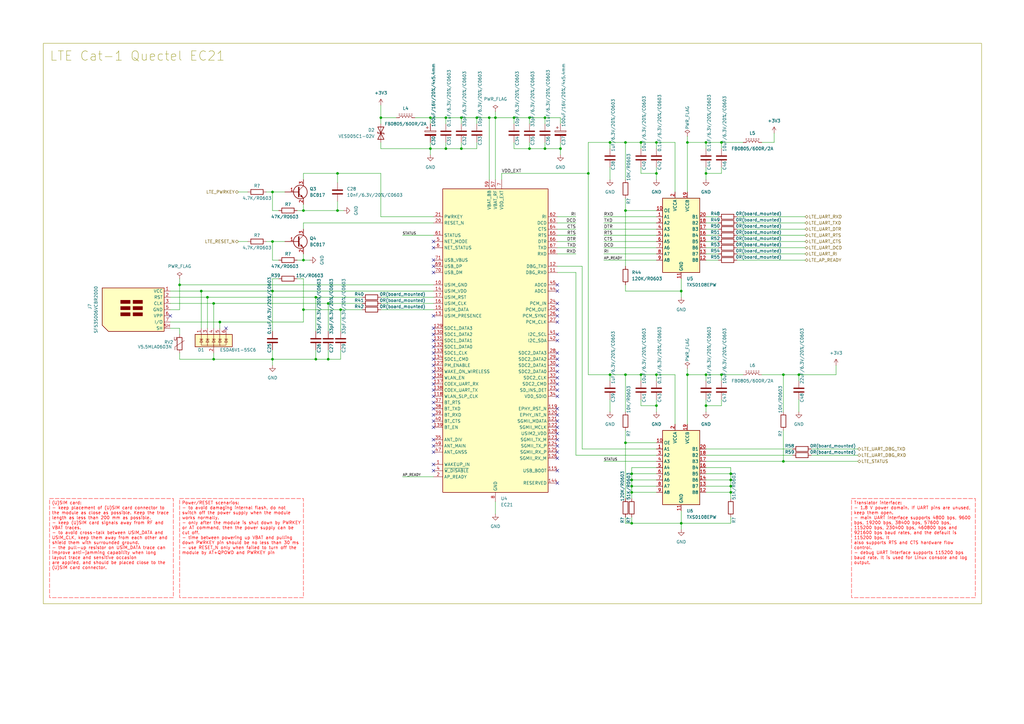
<source format=kicad_sch>
(kicad_sch (version 20230121) (generator eeschema)
  (paper "A3")
  (title_block (title "ESP32") (date "2023-12-03") (rev "A"))
  (junction (at 299.72 199.39))
  (junction (at 111.76 147.32))
  (junction (at 289.56 58.42))
  (junction (at 176.53 48.26))
  (junction (at 259.08 199.39))
  (junction (at 90.17 132.08))
  (junction (at 269.24 58.42))
  (junction (at 217.17 48.26))
  (junction (at 129.54 147.32))
  (junction (at 259.08 196.85))
  (junction (at 279.4 214.63))
  (junction (at 87.63 147.32))
  (junction (at 182.88 48.26))
  (junction (at 111.76 99.06))
  (junction (at 321.31 189.23))
  (junction (at 262.89 153.67))
  (junction (at 138.43 86.36))
  (junction (at 289.56 166.37))
  (junction (at 259.08 214.63))
  (junction (at 289.56 71.12))
  (junction (at 85.09 121.92))
  (junction (at 269.24 166.37))
  (junction (at 295.91 58.42))
  (junction (at 327.66 153.67))
  (junction (at 203.2 48.26))
  (junction (at 299.72 194.31))
  (junction (at 279.4 119.38))
  (junction (at 321.31 153.67))
  (junction (at 111.76 119.38))
  (junction (at 124.46 106.68))
  (junction (at 138.43 71.12))
  (junction (at 299.72 196.85))
  (junction (at 241.3 71.12))
  (junction (at 299.72 201.93))
  (junction (at 139.7 127))
  (junction (at 82.55 119.38))
  (junction (at 217.17 60.96))
  (junction (at 256.54 181.61))
  (junction (at 210.82 48.26))
  (junction (at 269.24 153.67))
  (junction (at 256.54 58.42))
  (junction (at 124.46 127))
  (junction (at 87.63 124.46))
  (junction (at 281.94 58.42))
  (junction (at 223.52 60.96))
  (junction (at 189.23 48.26))
  (junction (at 73.66 116.84))
  (junction (at 134.62 124.46))
  (junction (at 295.91 153.67))
  (junction (at 156.21 48.26))
  (junction (at 269.24 71.12))
  (junction (at 223.52 48.26))
  (junction (at 259.08 194.31))
  (junction (at 250.19 58.42))
  (junction (at 250.19 153.67))
  (junction (at 134.62 147.32))
  (junction (at 256.54 86.36))
  (junction (at 182.88 60.96))
  (junction (at 129.54 121.92))
  (junction (at 262.89 58.42))
  (junction (at 195.58 48.26))
  (junction (at 200.66 48.26))
  (junction (at 189.23 60.96))
  (junction (at 289.56 153.67))
  (junction (at 256.54 153.67))
  (junction (at 176.53 60.96))
  (junction (at 281.94 153.67))
  (junction (at 229.87 60.96))
  (junction (at 111.76 78.74))
  (junction (at 259.08 201.93))
  (junction (at 124.46 86.36))
  (no_connect (at 177.8 180.34))
  (no_connect (at 177.8 190.5))
  (no_connect (at 177.8 144.78))
  (no_connect (at 177.8 147.32))
  (no_connect (at 177.8 170.18))
  (no_connect (at 69.85 129.54))
  (no_connect (at 177.8 165.1))
  (no_connect (at 177.8 167.64))
  (no_connect (at 228.6 160.02))
  (no_connect (at 228.6 162.56))
  (no_connect (at 228.6 152.4))
  (no_connect (at 177.8 142.24))
  (no_connect (at 228.6 139.7))
  (no_connect (at 228.6 167.64))
  (no_connect (at 177.8 111.76))
  (no_connect (at 228.6 172.72))
  (no_connect (at 228.6 198.12))
  (no_connect (at 228.6 149.86))
  (no_connect (at 177.8 129.54))
  (no_connect (at 228.6 119.38))
  (no_connect (at 228.6 132.08))
  (no_connect (at 228.6 127))
  (no_connect (at 177.8 99.06))
  (no_connect (at 228.6 185.42))
  (no_connect (at 177.8 109.22))
  (no_connect (at 228.6 187.96))
  (no_connect (at 228.6 180.34))
  (no_connect (at 177.8 193.04))
  (no_connect (at 177.8 101.6))
  (no_connect (at 228.6 124.46))
  (no_connect (at 228.6 116.84))
  (no_connect (at 228.6 137.16))
  (no_connect (at 177.8 139.7))
  (no_connect (at 92.71 134.62))
  (no_connect (at 228.6 175.26))
  (no_connect (at 228.6 147.32))
  (no_connect (at 228.6 170.18))
  (no_connect (at 177.8 106.68))
  (no_connect (at 177.8 160.02))
  (no_connect (at 228.6 177.8))
  (no_connect (at 177.8 175.26))
  (no_connect (at 228.6 193.04))
  (no_connect (at 228.6 144.78))
  (no_connect (at 228.6 157.48))
  (no_connect (at 228.6 154.94))
  (no_connect (at 228.6 129.54))
  (no_connect (at 177.8 157.48))
  (no_connect (at 177.8 172.72))
  (no_connect (at 177.8 152.4))
  (no_connect (at 177.8 185.42))
  (no_connect (at 177.8 134.62))
  (no_connect (at 177.8 154.94))
  (no_connect (at 177.8 149.86))
  (no_connect (at 177.8 137.16))
  (no_connect (at 228.6 182.88))
  (no_connect (at 177.8 182.88))
  (no_connect (at 177.8 162.56))
  (wire (pts (xy 250.19 156.21) (xy 250.19 153.67)))
  (wire (pts (xy 289.56 58.42) (xy 295.91 58.42)))
  (wire (pts (xy 217.17 58.42) (xy 217.17 60.96)))
  (wire (pts (xy 327.66 163.83) (xy 327.66 168.91)))
  (wire (pts (xy 121.92 86.36) (xy 124.46 86.36)))
  (wire (pts (xy 279.4 119.38) (xy 279.4 114.3)))
  (wire (pts (xy 262.89 60.96) (xy 262.89 58.42)))
  (wire (pts (xy 97.79 99.06) (xy 101.6 99.06)))
  (wire (pts (xy 182.88 60.96) (xy 176.53 60.96)))
  (wire (pts (xy 247.65 88.9) (xy 269.24 88.9)))
  (wire (pts (xy 139.7 127) (xy 139.7 135.89)))
  (wire (pts (xy 229.87 48.26) (xy 223.52 48.26)))
  (wire (pts (xy 69.85 134.62) (xy 73.66 134.62)))
  (wire (pts (xy 262.89 163.83) (xy 262.89 166.37)))
  (wire (pts (xy 247.65 91.44) (xy 269.24 91.44)))
  (wire (pts (xy 302.26 101.6) (xy 330.2 101.6)))
  (wire (pts (xy 205.74 71.12) (xy 205.74 73.66)))
  (wire (pts (xy 332.74 186.69) (xy 351.79 186.69)))
  (wire (pts (xy 321.31 176.53) (xy 321.31 189.23)))
  (wire (pts (xy 262.89 71.12) (xy 269.24 71.12)))
  (wire (pts (xy 269.24 163.83) (xy 269.24 166.37)))
  (wire (pts (xy 189.23 48.26) (xy 182.88 48.26)))
  (wire (pts (xy 176.53 58.42) (xy 176.53 60.96)))
  (wire (pts (xy 121.92 106.68) (xy 124.46 106.68)))
  (wire (pts (xy 217.17 60.96) (xy 223.52 60.96)))
  (wire (pts (xy 124.46 86.36) (xy 138.43 86.36)))
  (wire (pts (xy 223.52 48.26) (xy 217.17 48.26)))
  (wire (pts (xy 129.54 121.92) (xy 129.54 135.89)))
  (wire (pts (xy 295.91 58.42) (xy 304.8 58.42)))
  (wire (pts (xy 176.53 50.8) (xy 176.53 48.26)))
  (wire (pts (xy 256.54 73.66) (xy 256.54 58.42)))
  (wire (pts (xy 250.19 60.96) (xy 250.19 58.42)))
  (wire (pts (xy 289.56 99.06) (xy 294.64 99.06)))
  (wire (pts (xy 262.89 68.58) (xy 262.89 71.12)))
  (wire (pts (xy 129.54 143.51) (xy 129.54 147.32)))
  (wire (pts (xy 156.21 121.92) (xy 177.8 121.92)))
  (wire (pts (xy 111.76 99.06) (xy 111.76 106.68)))
  (wire (pts (xy 124.46 114.3) (xy 124.46 127)))
  (wire (pts (xy 241.3 58.42) (xy 250.19 58.42)))
  (wire (pts (xy 262.89 166.37) (xy 269.24 166.37)))
  (wire (pts (xy 111.76 106.68) (xy 114.3 106.68)))
  (wire (pts (xy 87.63 144.78) (xy 87.63 147.32)))
  (wire (pts (xy 299.72 196.85) (xy 299.72 199.39)))
  (wire (pts (xy 259.08 196.85) (xy 269.24 196.85)))
  (wire (pts (xy 200.66 48.26) (xy 203.2 48.26)))
  (wire (pts (xy 279.4 214.63) (xy 279.4 209.55)))
  (wire (pts (xy 124.46 91.44) (xy 124.46 93.98)))
  (wire (pts (xy 217.17 48.26) (xy 210.82 48.26)))
  (wire (pts (xy 256.54 181.61) (xy 256.54 176.53)))
  (wire (pts (xy 129.54 147.32) (xy 134.62 147.32)))
  (wire (pts (xy 195.58 48.26) (xy 200.66 48.26)))
  (wire (pts (xy 247.65 96.52) (xy 269.24 96.52)))
  (wire (pts (xy 247.65 106.68) (xy 269.24 106.68)))
  (wire (pts (xy 87.63 124.46) (xy 134.62 124.46)))
  (wire (pts (xy 332.74 184.15) (xy 351.79 184.15)))
  (wire (pts (xy 156.21 48.26) (xy 162.56 48.26)))
  (wire (pts (xy 176.53 48.26) (xy 182.88 48.26)))
  (wire (pts (xy 139.7 127) (xy 148.59 127)))
  (wire (pts (xy 228.6 101.6) (xy 236.22 101.6)))
  (wire (pts (xy 156.21 58.42) (xy 156.21 60.96)))
  (wire (pts (xy 121.92 114.3) (xy 124.46 114.3)))
  (wire (pts (xy 269.24 153.67) (xy 276.86 153.67)))
  (wire (pts (xy 247.65 93.98) (xy 269.24 93.98)))
  (wire (pts (xy 289.56 196.85) (xy 299.72 196.85)))
  (wire (pts (xy 182.88 48.26) (xy 182.88 50.8)))
  (wire (pts (xy 256.54 168.91) (xy 256.54 153.67)))
  (wire (pts (xy 210.82 58.42) (xy 210.82 60.96)))
  (wire (pts (xy 124.46 132.08) (xy 124.46 127)))
  (wire (pts (xy 223.52 48.26) (xy 223.52 50.8)))
  (wire (pts (xy 228.6 99.06) (xy 236.22 99.06)))
  (wire (pts (xy 165.1 96.52) (xy 177.8 96.52)))
  (wire (pts (xy 289.56 194.31) (xy 299.72 194.31)))
  (wire (pts (xy 321.31 189.23) (xy 351.79 189.23)))
  (wire (pts (xy 256.54 153.67) (xy 262.89 153.67)))
  (wire (pts (xy 312.42 153.67) (xy 321.31 153.67)))
  (wire (pts (xy 269.24 86.36) (xy 256.54 86.36)))
  (wire (pts (xy 228.6 91.44) (xy 236.22 91.44)))
  (wire (pts (xy 229.87 58.42) (xy 229.87 60.96)))
  (wire (pts (xy 256.54 116.84) (xy 256.54 119.38)))
  (wire (pts (xy 317.5 54.61) (xy 317.5 58.42)))
  (wire (pts (xy 228.6 109.22) (xy 238.76 109.22)))
  (wire (pts (xy 302.26 93.98) (xy 330.2 93.98)))
  (wire (pts (xy 165.1 195.58) (xy 177.8 195.58)))
  (wire (pts (xy 90.17 132.08) (xy 124.46 132.08)))
  (wire (pts (xy 302.26 88.9) (xy 330.2 88.9)))
  (wire (pts (xy 295.91 166.37) (xy 289.56 166.37)))
  (wire (pts (xy 229.87 60.96) (xy 229.87 63.5)))
  (wire (pts (xy 124.46 71.12) (xy 138.43 71.12)))
  (wire (pts (xy 256.54 212.09) (xy 256.54 214.63)))
  (wire (pts (xy 279.4 119.38) (xy 279.4 121.92)))
  (wire (pts (xy 289.56 199.39) (xy 299.72 199.39)))
  (wire (pts (xy 73.66 116.84) (xy 177.8 116.84)))
  (wire (pts (xy 256.54 86.36) (xy 256.54 81.28)))
  (wire (pts (xy 138.43 86.36) (xy 140.97 86.36)))
  (wire (pts (xy 289.56 186.69) (xy 325.12 186.69)))
  (wire (pts (xy 124.46 86.36) (xy 124.46 83.82)))
  (wire (pts (xy 134.62 143.51) (xy 134.62 147.32)))
  (wire (pts (xy 295.91 153.67) (xy 304.8 153.67)))
  (wire (pts (xy 203.2 205.74) (xy 203.2 210.82)))
  (wire (pts (xy 182.88 58.42) (xy 182.88 60.96)))
  (wire (pts (xy 203.2 48.26) (xy 210.82 48.26)))
  (wire (pts (xy 236.22 111.76) (xy 236.22 186.69)))
  (wire (pts (xy 111.76 143.51) (xy 111.76 147.32)))
  (wire (pts (xy 262.89 58.42) (xy 269.24 58.42)))
  (wire (pts (xy 134.62 124.46) (xy 134.62 135.89)))
  (wire (pts (xy 176.53 60.96) (xy 176.53 63.5)))
  (wire (pts (xy 269.24 71.12) (xy 269.24 73.66)))
  (wire (pts (xy 111.76 119.38) (xy 111.76 135.89)))
  (wire (pts (xy 259.08 212.09) (xy 259.08 214.63)))
  (wire (pts (xy 321.31 153.67) (xy 327.66 153.67)))
  (wire (pts (xy 111.76 78.74) (xy 111.76 86.36)))
  (wire (pts (xy 156.21 124.46) (xy 177.8 124.46)))
  (wire (pts (xy 299.72 199.39) (xy 299.72 201.93)))
  (wire (pts (xy 289.56 163.83) (xy 289.56 166.37)))
  (wire (pts (xy 170.18 48.26) (xy 176.53 48.26)))
  (wire (pts (xy 195.58 60.96) (xy 189.23 60.96)))
  (wire (pts (xy 134.62 147.32) (xy 139.7 147.32)))
  (wire (pts (xy 73.66 134.62) (xy 73.66 137.16)))
  (wire (pts (xy 238.76 109.22) (xy 238.76 184.15)))
  (wire (pts (xy 281.94 58.42) (xy 289.56 58.42)))
  (wire (pts (xy 223.52 60.96) (xy 223.52 58.42)))
  (wire (pts (xy 241.3 58.42) (xy 241.3 71.12)))
  (wire (pts (xy 250.19 163.83) (xy 250.19 168.91)))
  (wire (pts (xy 228.6 93.98) (xy 236.22 93.98)))
  (wire (pts (xy 276.86 153.67) (xy 276.86 173.99)))
  (wire (pts (xy 289.56 153.67) (xy 289.56 156.21)))
  (wire (pts (xy 295.91 163.83) (xy 295.91 166.37)))
  (wire (pts (xy 85.09 121.92) (xy 129.54 121.92)))
  (wire (pts (xy 289.56 91.44) (xy 294.64 91.44)))
  (wire (pts (xy 203.2 48.26) (xy 203.2 73.66)))
  (wire (pts (xy 124.46 73.66) (xy 124.46 71.12)))
  (wire (pts (xy 289.56 101.6) (xy 294.64 101.6)))
  (wire (pts (xy 85.09 121.92) (xy 85.09 134.62)))
  (wire (pts (xy 269.24 68.58) (xy 269.24 71.12)))
  (wire (pts (xy 295.91 68.58) (xy 295.91 71.12)))
  (wire (pts (xy 156.21 127) (xy 177.8 127)))
  (wire (pts (xy 73.66 147.32) (xy 87.63 147.32)))
  (wire (pts (xy 256.54 119.38) (xy 279.4 119.38)))
  (wire (pts (xy 189.23 48.26) (xy 189.23 50.8)))
  (wire (pts (xy 269.24 153.67) (xy 269.24 156.21)))
  (wire (pts (xy 250.19 58.42) (xy 256.54 58.42)))
  (wire (pts (xy 241.3 71.12) (xy 205.74 71.12)))
  (wire (pts (xy 69.85 132.08) (xy 90.17 132.08)))
  (wire (pts (xy 156.21 43.18) (xy 156.21 48.26)))
  (wire (pts (xy 124.46 106.68) (xy 127 106.68)))
  (wire (pts (xy 73.66 114.3) (xy 73.66 116.84)))
  (wire (pts (xy 269.24 181.61) (xy 256.54 181.61)))
  (wire (pts (xy 259.08 199.39) (xy 269.24 199.39)))
  (wire (pts (xy 259.08 194.31) (xy 259.08 191.77)))
  (wire (pts (xy 111.76 147.32) (xy 129.54 147.32)))
  (wire (pts (xy 87.63 147.32) (xy 111.76 147.32)))
  (wire (pts (xy 229.87 60.96) (xy 223.52 60.96)))
  (wire (pts (xy 299.72 191.77) (xy 299.72 194.31)))
  (wire (pts (xy 281.94 151.13) (xy 281.94 153.67)))
  (wire (pts (xy 111.76 147.32) (xy 111.76 149.86)))
  (wire (pts (xy 276.86 58.42) (xy 276.86 78.74)))
  (wire (pts (xy 259.08 194.31) (xy 269.24 194.31)))
  (wire (pts (xy 138.43 71.12) (xy 138.43 74.93)))
  (wire (pts (xy 111.76 114.3) (xy 114.3 114.3)))
  (wire (pts (xy 289.56 58.42) (xy 289.56 60.96)))
  (wire (pts (xy 295.91 71.12) (xy 289.56 71.12)))
  (wire (pts (xy 82.55 119.38) (xy 82.55 134.62)))
  (wire (pts (xy 289.56 106.68) (xy 294.64 106.68)))
  (wire (pts (xy 111.76 86.36) (xy 114.3 86.36)))
  (wire (pts (xy 259.08 204.47) (xy 259.08 201.93)))
  (wire (pts (xy 217.17 60.96) (xy 210.82 60.96)))
  (wire (pts (xy 241.3 71.12) (xy 241.3 153.67)))
  (wire (pts (xy 124.46 91.44) (xy 177.8 91.44)))
  (wire (pts (xy 289.56 88.9) (xy 294.64 88.9)))
  (wire (pts (xy 289.56 93.98) (xy 294.64 93.98)))
  (wire (pts (xy 259.08 191.77) (xy 269.24 191.77)))
  (wire (pts (xy 138.43 71.12) (xy 156.21 71.12)))
  (wire (pts (xy 289.56 71.12) (xy 289.56 73.66)))
  (wire (pts (xy 289.56 191.77) (xy 299.72 191.77)))
  (wire (pts (xy 321.31 153.67) (xy 321.31 168.91)))
  (wire (pts (xy 259.08 201.93) (xy 269.24 201.93)))
  (wire (pts (xy 195.58 58.42) (xy 195.58 60.96)))
  (wire (pts (xy 302.26 99.06) (xy 330.2 99.06)))
  (wire (pts (xy 109.22 99.06) (xy 111.76 99.06)))
  (wire (pts (xy 241.3 153.67) (xy 250.19 153.67)))
  (wire (pts (xy 73.66 144.78) (xy 73.66 147.32)))
  (wire (pts (xy 299.72 201.93) (xy 299.72 204.47)))
  (wire (pts (xy 73.66 127) (xy 73.66 116.84)))
  (wire (pts (xy 156.21 71.12) (xy 156.21 88.9)))
  (wire (pts (xy 129.54 121.92) (xy 148.59 121.92)))
  (wire (pts (xy 259.08 196.85) (xy 259.08 194.31)))
  (wire (pts (xy 279.4 214.63) (xy 279.4 217.17)))
  (wire (pts (xy 269.24 58.42) (xy 269.24 60.96)))
  (wire (pts (xy 327.66 153.67) (xy 327.66 156.21)))
  (wire (pts (xy 281.94 153.67) (xy 289.56 153.67)))
  (wire (pts (xy 247.65 104.14) (xy 269.24 104.14)))
  (wire (pts (xy 124.46 127) (xy 139.7 127)))
  (wire (pts (xy 228.6 88.9) (xy 236.22 88.9)))
  (wire (pts (xy 256.54 214.63) (xy 259.08 214.63)))
  (wire (pts (xy 229.87 50.8) (xy 229.87 48.26)))
  (wire (pts (xy 289.56 68.58) (xy 289.56 71.12)))
  (wire (pts (xy 262.89 156.21) (xy 262.89 153.67)))
  (wire (pts (xy 327.66 153.67) (xy 342.9 153.67)))
  (wire (pts (xy 247.65 189.23) (xy 269.24 189.23)))
  (wire (pts (xy 156.21 88.9) (xy 177.8 88.9)))
  (wire (pts (xy 156.21 60.96) (xy 176.53 60.96)))
  (wire (pts (xy 250.19 153.67) (xy 256.54 153.67)))
  (wire (pts (xy 299.72 194.31) (xy 299.72 196.85)))
  (wire (pts (xy 295.91 153.67) (xy 295.91 156.21)))
  (wire (pts (xy 281.94 58.42) (xy 281.94 78.74)))
  (wire (pts (xy 138.43 86.36) (xy 138.43 82.55)))
  (wire (pts (xy 109.22 78.74) (xy 111.76 78.74)))
  (wire (pts (xy 302.26 91.44) (xy 330.2 91.44)))
  (wire (pts (xy 250.19 68.58) (xy 250.19 73.66)))
  (wire (pts (xy 111.76 119.38) (xy 177.8 119.38)))
  (wire (pts (xy 289.56 184.15) (xy 325.12 184.15)))
  (wire (pts (xy 200.66 48.26) (xy 200.66 73.66)))
  (wire (pts (xy 256.54 86.36) (xy 256.54 109.22)))
  (wire (pts (xy 87.63 124.46) (xy 87.63 134.62)))
  (wire (pts (xy 259.08 199.39) (xy 259.08 196.85)))
  (wire (pts (xy 342.9 149.86) (xy 342.9 153.67)))
  (wire (pts (xy 69.85 121.92) (xy 85.09 121.92)))
  (wire (pts (xy 189.23 48.26) (xy 195.58 48.26)))
  (wire (pts (xy 247.65 101.6) (xy 269.24 101.6)))
  (wire (pts (xy 289.56 166.37) (xy 289.56 168.91)))
  (wire (pts (xy 289.56 104.14) (xy 294.64 104.14)))
  (wire (pts (xy 259.08 214.63) (xy 279.4 214.63)))
  (wire (pts (xy 289.56 153.67) (xy 295.91 153.67)))
  (wire (pts (xy 299.72 214.63) (xy 279.4 214.63)))
  (wire (pts (xy 236.22 186.69) (xy 269.24 186.69)))
  (wire (pts (xy 256.54 181.61) (xy 256.54 204.47)))
  (wire (pts (xy 139.7 147.32) (xy 139.7 143.51)))
  (wire (pts (xy 82.55 119.38) (xy 111.76 119.38)))
  (wire (pts (xy 111.76 114.3) (xy 111.76 119.38)))
  (wire (pts (xy 134.62 124.46) (xy 148.59 124.46)))
  (wire (pts (xy 289.56 189.23) (xy 321.31 189.23)))
  (wire (pts (xy 299.72 212.09) (xy 299.72 214.63)))
  (wire (pts (xy 262.89 153.67) (xy 269.24 153.67)))
  (wire (pts (xy 69.85 119.38) (xy 82.55 119.38)))
  (wire (pts (xy 295.91 58.42) (xy 295.91 60.96)))
  (wire (pts (xy 312.42 58.42) (xy 317.5 58.42)))
  (wire (pts (xy 69.85 127) (xy 73.66 127)))
  (wire (pts (xy 228.6 104.14) (xy 236.22 104.14)))
  (wire (pts (xy 228.6 96.52) (xy 236.22 96.52)))
  (wire (pts (xy 302.26 96.52) (xy 330.2 96.52)))
  (wire (pts (xy 289.56 201.93) (xy 299.72 201.93)))
  (wire (pts (xy 189.23 60.96) (xy 189.23 58.42)))
  (wire (pts (xy 210.82 48.26) (xy 210.82 50.8)))
  (wire (pts (xy 203.2 45.72) (xy 203.2 48.26)))
  (wire (pts (xy 228.6 111.76) (xy 236.22 111.76)))
  (wire (pts (xy 256.54 58.42) (xy 262.89 58.42)))
  (wire (pts (xy 69.85 124.46) (xy 87.63 124.46)))
  (wire (pts (xy 302.26 106.68) (xy 330.2 106.68)))
  (wire (pts (xy 182.88 60.96) (xy 189.23 60.96)))
  (wire (pts (xy 289.56 96.52) (xy 294.64 96.52)))
  (wire (pts (xy 269.24 166.37) (xy 269.24 168.91)))
  (wire (pts (xy 156.21 48.26) (xy 156.21 50.8)))
  (wire (pts (xy 111.76 99.06) (xy 116.84 99.06)))
  (wire (pts (xy 111.76 78.74) (xy 116.84 78.74)))
  (wire (pts (xy 259.08 201.93) (xy 259.08 199.39)))
  (wire (pts (xy 217.17 48.26) (xy 217.17 50.8)))
  (wire (pts (xy 90.17 132.08) (xy 90.17 134.62)))
  (wire (pts (xy 269.24 58.42) (xy 276.86 58.42)))
  (wire (pts (xy 124.46 106.68) (xy 124.46 104.14)))
  (wire (pts (xy 302.26 104.14) (xy 330.2 104.14)))
  (wire (pts (xy 281.94 153.67) (xy 281.94 173.99)))
  (wire (pts (xy 238.76 184.15) (xy 269.24 184.15)))
  (wire (pts (xy 281.94 55.88) (xy 281.94 58.42)))
  (wire (pts (xy 195.58 48.26) (xy 195.58 50.8)))
  (wire (pts (xy 97.79 78.74) (xy 101.6 78.74)))
  (wire (pts (xy 247.65 99.06) (xy 269.24 99.06)))
  (rectangle (start 17.78 17.78) (end 402.59 247.65) (stroke (width 0) (color 140 140 0 1)))
  (text_box "(U)SIM card:\n- keep placement of (U)SIM card connector to the module as close as possible. Keep the trace length as less than 200 mm as possible.\n- keep (U)SIM card signals away from RF and VBAT traces.\n- to avoid cross-talk between USIM_DATA and USIM_CLK, keep them away from each other and shield them with surrounded ground.\n- the pull-up resistor on USIM_DATA trace can improve anti-jamming capability when long layout trace and sensitive occasion\nare applied, and should be placed close to the (U)SIM card connector." (at 20.32 204.47 0) (size 50.8 40.64) (stroke (width 0) (type dash) (color 255 0 0 1)) (effects (font (size 1.27 1.27)) (justify left top)))
  (text_box "Translator interface:\n- 1.8 V power domain. If UART pins are unused, keep them open.\n- main UART interface supports 4800 bps, 9600 bps, 19200 bps, 38400 bps, 57600 bps,\n115200 bps, 230400 bps, 460800 bps and 921600 bps baud rates, and the default is 115200 bps. It\nalso supports RTS and CTS hardware flow control.\n- debug UART interface supports 115200 bps baud rate. It is used for Linux console and log\noutput." (at 349.25 204.47 0) (size 50.8 40.64) (stroke (width 0) (type dash) (color 255 0 0 1)) (effects (font (size 1.27 1.27)) (justify left top)))
  (text_box "Power/RESET scenarios:\n- to avoid damaging internal flash, do not switch off the power supply when the module works normally.\n- only after the module is shut down by PWRKEY or AT command, then the power supply can be cut off.\n- time between powering up VBAT and pulling down PWRKEY pin should be no less than 30 ms\n- use RESET_N only when failed to turn off the module by AT+QPOWD and PWRKEY pin" (at 73.66 204.47 0) (size 50.8 40.64) (stroke (width 0) (type dash) (color 255 0 0 1)) (effects (font (size 1.27 1.27)) (justify left top)))
  (text "LTE Cat-1 Quectel EC21" (at 20.32 25.4 0) (effects (font (size 3.81 3.81)) (justify left bottom)))
  (label "VDD_EXT" (at 205.74 71.12 0))
  (label "RXD" (at 236.22 104.14 180))
  (label "DTR" (at 236.22 99.06 180))
  (label "CTS" (at 247.65 99.06 0))
  (label "RI" (at 236.22 88.9 180))
  (label "STATUS" (at 247.65 189.23 0) (effects (font (size 1.016 1.016))))
  (label "RI" (at 247.65 104.14 0))
  (label "DCD" (at 247.65 101.6 0))
  (label "TXD" (at 247.65 91.44 0))
  (label "DTR" (at 247.65 93.98 0))
  (label "RXD" (at 247.65 88.9 0))
  (label "TXD" (at 236.22 101.6 180))
  (label "AP_READY" (at 247.65 106.68 0) (effects (font (size 1.016 1.016))))
  (label "STATUS" (at 165.1 96.52 0) (effects (font (size 1.016 1.016))))
  (label "RTS" (at 247.65 96.52 0))
  (label "CTS" (at 236.22 93.98 180))
  (label "AP_READY" (at 165.1 195.58 0) (effects (font (size 1.016 1.016))))
  (label "RTS" (at 236.22 96.52 180))
  (label "DCD" (at 236.22 91.44 180))
  (hierarchical_label "LTE_UART_RI" (shape bidirectional) (at 330.2 104.14 0))
  (hierarchical_label "LTE_UART_DBG_TXD" (shape bidirectional) (at 351.79 184.15 0))
  (hierarchical_label "LTE_UART_RXD" (shape bidirectional) (at 330.2 88.9 0))
  (hierarchical_label "LTE_STATUS" (shape bidirectional) (at 351.79 189.23 0))
  (hierarchical_label "LTE_UART_DTR" (shape bidirectional) (at 330.2 93.98 0))
  (hierarchical_label "LTE_UART_CTS" (shape bidirectional) (at 330.2 99.06 0))
  (hierarchical_label "LTE_RESET_N" (shape bidirectional) (at 97.79 99.06 180))
  (hierarchical_label "LTE_UART_DCD" (shape bidirectional) (at 330.2 101.6 0))
  (hierarchical_label "LTE_UART_TXD" (shape bidirectional) (at 330.2 91.44 0))
  (hierarchical_label "LTE_PWRKEY" (shape bidirectional) (at 97.79 78.74 180))
  (hierarchical_label "LTE_UART_RTS" (shape bidirectional) (at 330.2 96.52 0))
  (hierarchical_label "LTE_AP_READY" (shape bidirectional) (at 330.2 106.68 0))
  (hierarchical_label "LTE_UART_DBG_RXD" (shape bidirectional) (at 351.79 186.69 0))
  (symbol (lib_id "Transistor_BJT:BC817") (at 121.92 78.74 0) (unit 1)
    (property "Reference" "Q3" (at 127 77.47 0) (effects (justify left)))
    (property "Value" "BC817" (at 127 80.01 0) (effects (justify left)))
    (property "Footprint" "Package_TO_SOT_SMD:SOT-23" (effects hide))
    (property "Datasheet" "https://www.onsemi.com/pub/Collateral/BC818-D.pdf" (effects hide))
    (instances (project "ESP32-PLC" (path "" (reference "Q3") (unit 1))) (project "SAM4E-PLC" (path "" (reference "Q1") (unit 1))))
  )
  (symbol (lib_id "Device:R") (at 256.54 172.72 0) (mirror x) (unit 1)
    (property "Reference" "R?" (at 257.81 177.8 90))
    (property "Value" "10K/R0603" (at 257.81 163.83 90))
    (property "Footprint" "Resistor_SMD:R_0603_1608Metric" (effects hide))
    (instances (project "ESP32-PLC" (path "" (reference "R?") (unit 1)) (path "" (reference "R23") (unit 1)) (path "" (reference "R45") (unit 1))) (project "SAM4E-PLC" (path "" (reference "R24") (unit 1))))
  )
  (symbol (lib_id "Device:R") (at 152.4 124.46 90) (unit 1)
    (property "Reference" "R41" (at 147.32 123.19 90))
    (property "Value" "0R(board_mounted)" (at 165.1 123.19 90))
    (property "Footprint" "Resistor_SMD:R_0402_1005Metric" (effects hide))
    (instances (project "ESP32-PLC" (path "" (reference "R41") (unit 1))) (project "SAM4E-PLC" (path "" (reference "R5") (unit 1)) (path "" (reference "R20") (unit 1))))
  )
  (symbol (lib_id "Device:R") (at 118.11 114.3 90) (unit 1)
    (property "Reference" "R39" (at 113.03 113.03 90))
    (property "Value" "15K/R0603" (at 127 113.03 90))
    (property "Footprint" "Resistor_SMD:R_0603_1608Metric" (effects hide))
    (instances (project "ESP32-PLC" (path "" (reference "R39") (unit 1))) (project "SAM4E-PLC" (path "" (reference "R5") (unit 1)) (path "" (reference "R18") (unit 1))))
  )
  (symbol (lib_id "Device:R") (at 299.72 208.28 0) (mirror x) (unit 1)
    (property "Reference" "R?" (at 300.99 213.36 90))
    (property "Value" "51K/R0603" (at 300.99 199.39 90))
    (property "Footprint" "Resistor_SMD:R_0603_1608Metric" (effects hide))
    (instances (project "ESP32-PLC" (path "" (reference "R?") (unit 1)) (path "" (reference "R23") (unit 1)) (path "" (reference "R56") (unit 1))) (project "SAM4E-PLC" (path "" (reference "R35") (unit 1))))
  )
  (symbol (lib_id "Device:R") (at 256.54 77.47 0) (mirror x) (unit 1)
    (property "Reference" "R?" (at 257.81 82.55 90))
    (property "Value" "10K/R0603" (at 257.81 68.58 90))
    (property "Footprint" "Resistor_SMD:R_0603_1608Metric" (effects hide))
    (instances (project "ESP32-PLC" (path "" (reference "R?") (unit 1)) (path "" (reference "R23") (unit 1)) (path "" (reference "R43") (unit 1))) (project "SAM4E-PLC" (path "" (reference "R22") (unit 1))))
  )
  (symbol (lib_id "Device:R") (at 298.45 106.68 90) (unit 1)
    (property "Reference" "R55" (at 293.37 105.41 90))
    (property "Value" "0R(board_mounted)" (at 311.15 105.41 90))
    (property "Footprint" "Resistor_SMD:R_0402_1005Metric" (effects hide))
    (instances (project "ESP32-PLC" (path "" (reference "R55") (unit 1))) (project "SAM4E-PLC" (path "" (reference "R5") (unit 1)) (path "" (reference "R34") (unit 1))))
  )
  (symbol (lib_id "power:GND") (at 289.56 168.91 0) (unit 1)
    (property "Reference" "#PWR050" (effects hide))
    (property "Value" "GND" (at 289.56 173.99 0))
    (instances (project "ESP32-PLC" (path "" (reference "#PWR050") (unit 1))) (project "SAM4E-PLC" (path "" (reference "#PWR06") (unit 1)) (path "" (reference "#PWR035") (unit 1))))
  )
  (symbol (lib_id "Device:R") (at 256.54 208.28 180) (unit 1)
    (property "Reference" "R?" (at 255.27 213.36 90))
    (property "Value" "120K/R0603" (at 255.27 199.39 90))
    (property "Footprint" "Resistor_SMD:R_0603_1608Metric" (effects hide))
    (instances (project "ESP32-PLC" (path "" (reference "R?") (unit 1)) (path "" (reference "R23") (unit 1)) (path "" (reference "R46") (unit 1))) (project "SAM4E-PLC" (path "" (reference "R25") (unit 1))))
  )
  (symbol (lib_id "power:GND") (at 279.4 217.17 0) (unit 1)
    (property "Reference" "#PWR048" (effects hide))
    (property "Value" "GND" (at 279.4 222.25 0))
    (instances (project "ESP32-PLC" (path "" (reference "#PWR048") (unit 1))) (project "SAM4E-PLC" (path "" (reference "#PWR06") (unit 1)) (path "" (reference "#PWR033") (unit 1))))
  )
  (symbol (lib_id "Power_Protection:ESDA6V1-5SC6") (at 87.63 139.7 0) (unit 1)
    (property "Reference" "D1" (at 83.82 143.51 0) (effects (justify right)))
    (property "Value" "ESDA6V1-5SC6" (at 90.17 143.51 0) (effects (justify left)))
    (property "Footprint" "Package_TO_SOT_SMD:SOT-23-6" (effects hide))
    (property "Datasheet" "www.st.com/resource/en/datasheet/esda6v1-5sc6.pdf" (effects hide))
    (instances (project "ESP32-PLC" (path "" (reference "D1") (unit 1))) (project "SAM4E-PLC" (path "" (reference "D3") (unit 1))))
  )
  (symbol (lib_id "Device:R") (at 259.08 208.28 180) (unit 1)
    (property "Reference" "R?" (at 257.81 213.36 90))
    (property "Value" "51K/R0603" (at 257.81 199.39 90))
    (property "Footprint" "Resistor_SMD:R_0603_1608Metric" (effects hide))
    (instances (project "ESP32-PLC" (path "" (reference "R?") (unit 1)) (path "" (reference "R23") (unit 1)) (path "" (reference "R47") (unit 1))) (project "SAM4E-PLC" (path "" (reference "R26") (unit 1))))
  )
  (symbol (lib_id "Device:C") (at 210.82 54.61 0) (unit 1)
    (property "Reference" "C34" (at 212.09 59.69 90) (effects (justify left)))
    (property "Value" "10pF/6.3V/20%/C0603" (at 212.09 52.07 90) (effects (justify left)))
    (property "Footprint" "Capacitor_SMD:C_0603_1608Metric" (effects hide))
    (instances (project "ESP32-PLC" (path "" (reference "C34") (unit 1))) (project "SAM4E-PLC" (path "" (reference "C3") (unit 1)) (path "" (reference "C46") (unit 1))))
  )
  (symbol (lib_id "SparkFun-DiscreteSemi:D_TVS") (at 156.21 54.61 90) (unit 1)
    (property "Reference" "D2" (at 153.67 53.34 90) (effects (justify left)))
    (property "Value" "VESD05C1-02V" (at 153.67 55.88 90) (effects (justify left)))
    (property "Footprint" "Diode_SMD:D_SOD-523" (effects hide))
    (property "Datasheet" "https://www.vishay.com/docs/86130/vesd01c1-02vtovesd33c1-02v.pdf" (effects hide))
    (instances (project "ESP32-PLC" (path "" (reference "D2") (unit 1))) (project "SAM4E-PLC" (path "" (reference "D4") (unit 1))))
  )
  (symbol (lib_id "power:GND") (at 279.4 121.92 0) (unit 1)
    (property "Reference" "#PWR047" (effects hide))
    (property "Value" "GND" (at 279.4 127 0))
    (instances (project "ESP32-PLC" (path "" (reference "#PWR047") (unit 1))) (project "SAM4E-PLC" (path "" (reference "#PWR06") (unit 1)) (path "" (reference "#PWR032") (unit 1))))
  )
  (symbol (lib_id "Device:C") (at 217.17 54.61 0) (unit 1)
    (property "Reference" "C35" (at 218.44 59.69 90) (effects (justify left)))
    (property "Value" "33pF/6.3V/20%/C0603" (at 218.44 52.07 90) (effects (justify left)))
    (property "Footprint" "Capacitor_SMD:C_0603_1608Metric" (effects hide))
    (instances (project "ESP32-PLC" (path "" (reference "C35") (unit 1))) (project "SAM4E-PLC" (path "" (reference "C3") (unit 1)) (path "" (reference "C47") (unit 1))))
  )
  (symbol (lib_id "Device:R") (at 118.11 86.36 90) (mirror x) (unit 1)
    (property "Reference" "R?" (at 118.11 83.82 90))
    (property "Value" "47K/R0603" (at 116.84 88.9 90))
    (property "Footprint" "Resistor_SMD:R_0603_1608Metric" (effects hide))
    (instances (project "ESP32-PLC" (path "" (reference "R?") (unit 1)) (path "" (reference "R23") (unit 1)) (path "" (reference "R37") (unit 1))) (project "SAM4E-PLC" (path "" (reference "R16") (unit 1))))
  )
  (symbol (lib_id "Device:R") (at 152.4 127 90) (unit 1)
    (property "Reference" "R42" (at 147.32 125.73 90))
    (property "Value" "0R(board_mounted)" (at 165.1 125.73 90))
    (property "Footprint" "Resistor_SMD:R_0402_1005Metric" (effects hide))
    (instances (project "ESP32-PLC" (path "" (reference "R42") (unit 1))) (project "SAM4E-PLC" (path "" (reference "R5") (unit 1)) (path "" (reference "R21") (unit 1))))
  )
  (symbol (lib_id "Device:R") (at 105.41 99.06 90) (unit 1)
    (property "Reference" "R?" (at 105.41 96.52 90))
    (property "Value" "4.7K/R0603" (at 105.41 101.6 90))
    (property "Footprint" "Resistor_SMD:R_0603_1608Metric" (effects hide))
    (instances (project "ESP32-PLC" (path "" (reference "R?") (unit 1)) (path "" (reference "R23") (unit 1)) (path "" (reference "R36") (unit 1))) (project "SAM4E-PLC" (path "" (reference "R15") (unit 1))))
  )
  (symbol (lib_id "Device:R") (at 256.54 113.03 0) (unit 1)
    (property "Reference" "R44" (at 259.08 111.76 0) (effects (justify left)))
    (property "Value" "120K/R0603" (at 259.08 114.3 0) (effects (justify left)))
    (property "Footprint" "Resistor_SMD:R_0603_1608Metric" (effects hide))
    (instances (project "ESP32-PLC" (path "" (reference "R44") (unit 1))) (project "SAM4E-PLC" (path "" (reference "R9") (unit 1)) (path "" (reference "R23") (unit 1))))
  )
  (symbol (lib_id "Device:C_Polarized") (at 176.53 54.61 0) (unit 1)
    (property "Reference" "C30" (at 177.8 59.69 90) (effects (justify left)))
    (property "Value" "100uF/16V/20%/4x5.4mm" (at 177.8 52.07 90) (effects (justify left)))
    (property "Footprint" "Capacitor_SMD:CP_Elec_4x5.4" (effects hide))
    (instances (project "ESP32-PLC" (path "" (reference "C30") (unit 1))) (project "SAM4E-PLC" (path "" (reference "C5") (unit 1)) (path "" (reference "C42") (unit 1))))
  )
  (symbol (lib_id "Device:R") (at 298.45 93.98 90) (unit 1)
    (property "Reference" "R50" (at 293.37 92.71 90))
    (property "Value" "0R(board_mounted)" (at 311.15 92.71 90))
    (property "Footprint" "Resistor_SMD:R_0402_1005Metric" (effects hide))
    (instances (project "ESP32-PLC" (path "" (reference "R50") (unit 1))) (project "SAM4E-PLC" (path "" (reference "R5") (unit 1)) (path "" (reference "R31") (unit 1))))
  )
  (symbol (lib_id "power:GND") (at 203.2 210.82 0) (unit 1)
    (property "Reference" "#PWR041" (effects hide))
    (property "Value" "GND" (at 203.2 215.9 0))
    (instances (project "ESP32-PLC" (path "" (reference "#PWR041") (unit 1))) (project "SAM4E-PLC" (path "" (reference "#PWR06") (unit 1)) (path "" (reference "#PWR026") (unit 1))))
  )
  (symbol (lib_id "Device:C") (at 295.91 64.77 0) (unit 1)
    (property "Reference" "C46" (at 297.18 69.85 90) (effects (justify left)))
    (property "Value" "10uF/6.3V/20%/C0603" (at 297.18 62.23 90) (effects (justify left)))
    (property "Footprint" "Capacitor_SMD:C_0603_1608Metric" (effects hide))
    (instances (project "ESP32-PLC" (path "" (reference "C46") (unit 1))) (project "SAM4E-PLC" (path "" (reference "C4") (unit 1)) (path "" (reference "C58") (unit 1))))
  )
  (symbol (lib_id "power:PWR_FLAG") (at 203.2 45.72 0) (unit 1)
    (property "Reference" "#FLG09" (effects hide))
    (property "Value" "PWR_FLAG" (at 203.2 40.64 0))
    (instances (project "ESP32-PLC" (path "" (reference "#FLG09") (unit 1))) (project "SAM4E-PLC" (path "" (reference "#FLG07") (unit 1)) (path "" (reference "#FLG07") (unit 1))))
  )
  (symbol (lib_id "power:GND") (at 176.53 63.5 0) (unit 1)
    (property "Reference" "#PWR040" (effects hide))
    (property "Value" "GND" (at 176.53 68.58 0))
    (instances (project "ESP32-PLC" (path "" (reference "#PWR040") (unit 1))) (project "SAM4E-PLC" (path "" (reference "#PWR07") (unit 1)) (path "" (reference "#PWR025") (unit 1))))
  )
  (symbol (lib_id "power:GND") (at 269.24 73.66 0) (unit 1)
    (property "Reference" "#PWR045" (effects hide))
    (property "Value" "GND" (at 269.24 78.74 0))
    (instances (project "ESP32-PLC" (path "" (reference "#PWR045") (unit 1))) (project "SAM4E-PLC" (path "" (reference "#PWR06") (unit 1)) (path "" (reference "#PWR030") (unit 1))))
  )
  (symbol (lib_id "Device:R") (at 298.45 99.06 90) (unit 1)
    (property "Reference" "R52" (at 293.37 97.79 90))
    (property "Value" "0R(board_mounted)" (at 311.15 97.79 90))
    (property "Footprint" "Resistor_SMD:R_0402_1005Metric" (effects hide))
    (instances (project "ESP32-PLC" (path "" (reference "R52") (unit 1))) (project "SAM4E-PLC" (path "" (reference "R5") (unit 1)) (path "" (reference "R29") (unit 1))))
  )
  (symbol (lib_id "power:PWR_FLAG") (at 281.94 55.88 0) (unit 1)
    (property "Reference" "#FLG010" (effects hide))
    (property "Value" "PWR_FLAG" (at 281.94 48.26 90))
    (instances (project "ESP32-PLC" (path "" (reference "#FLG010") (unit 1))) (project "SAM4E-PLC" (path "" (reference "#FLG07") (unit 1)) (path "" (reference "#FLG08") (unit 1))))
  )
  (symbol (lib_id "power:GND") (at 250.19 168.91 0) (unit 1)
    (property "Reference" "#PWR044" (effects hide))
    (property "Value" "GND" (at 250.19 173.99 0))
    (instances (project "ESP32-PLC" (path "" (reference "#PWR044") (unit 1))) (project "SAM4E-PLC" (path "" (reference "#PWR06") (unit 1)) (path "" (reference "#PWR029") (unit 1))))
  )
  (symbol (lib_id "Device:R") (at 298.45 104.14 90) (unit 1)
    (property "Reference" "R54" (at 293.37 102.87 90))
    (property "Value" "0R(board_mounted)" (at 311.15 102.87 90))
    (property "Footprint" "Resistor_SMD:R_0402_1005Metric" (effects hide))
    (instances (project "ESP32-PLC" (path "" (reference "R54") (unit 1))) (project "SAM4E-PLC" (path "" (reference "R5") (unit 1)) (path "" (reference "R27") (unit 1))))
  )
  (symbol (lib_id "Device:R") (at 298.45 91.44 90) (unit 1)
    (property "Reference" "R49" (at 293.37 90.17 90))
    (property "Value" "0R(board_mounted)" (at 311.15 90.17 90))
    (property "Footprint" "Resistor_SMD:R_0402_1005Metric" (effects hide))
    (instances (project "ESP32-PLC" (path "" (reference "R49") (unit 1))) (project "SAM4E-PLC" (path "" (reference "R5") (unit 1)) (path "" (reference "R32") (unit 1))))
  )
  (symbol (lib_id "Device:C") (at 139.7 139.7 0) (unit 1)
    (property "Reference" "C29" (at 140.97 144.78 90) (effects (justify left)))
    (property "Value" "33pF/6.3V/20%/C0603" (at 140.97 137.16 90) (effects (justify left)))
    (property "Footprint" "Capacitor_SMD:C_0603_1608Metric" (effects hide))
    (instances (project "ESP32-PLC" (path "" (reference "C29") (unit 1))) (project "SAM4E-PLC" (path "" (reference "C4") (unit 1)) (path "" (reference "C41") (unit 1))))
  )
  (symbol (lib_id "Device:R") (at 321.31 172.72 180) (unit 1)
    (property "Reference" "R?" (at 320.04 177.8 90))
    (property "Value" "10K/R0603" (at 320.04 163.83 90))
    (property "Footprint" "Resistor_SMD:R_0603_1608Metric" (effects hide))
    (instances (project "ESP32-PLC" (path "" (reference "R?") (unit 1)) (path "" (reference "R23") (unit 1)) (path "" (reference "R57") (unit 1))) (project "SAM4E-PLC" (path "" (reference "R36") (unit 1))))
  )
  (symbol (lib_id "Device:C") (at 129.54 139.7 0) (unit 1)
    (property "Reference" "C26" (at 130.81 144.78 90) (effects (justify left)))
    (property "Value" "33pF/6.3V/20%/C0603" (at 130.81 137.16 90) (effects (justify left)))
    (property "Footprint" "Capacitor_SMD:C_0603_1608Metric" (effects hide))
    (instances (project "ESP32-PLC" (path "" (reference "C26") (unit 1))) (project "SAM4E-PLC" (path "" (reference "C4") (unit 1)) (path "" (reference "C38") (unit 1))))
  )
  (symbol (lib_id "power:PWR_FLAG") (at 73.66 114.3 0) (mirror y) (unit 1)
    (property "Reference" "#FLG08" (effects hide))
    (property "Value" "PWR_FLAG" (at 73.66 109.22 0))
    (instances (project "ESP32-PLC" (path "" (reference "#FLG08") (unit 1))) (project "SAM4E-PLC" (path "" (reference "#FLG07") (unit 1)) (path "" (reference "#FLG06") (unit 1))))
  )
  (symbol (lib_id "Device:C") (at 182.88 54.61 0) (unit 1)
    (property "Reference" "C31" (at 184.15 59.69 90) (effects (justify left)))
    (property "Value" "0.1uF/6.3V/20%/C0603" (at 184.15 52.07 90) (effects (justify left)))
    (property "Footprint" "Capacitor_SMD:C_0603_1608Metric" (effects hide))
    (instances (project "ESP32-PLC" (path "" (reference "C31") (unit 1))) (project "SAM4E-PLC" (path "" (reference "C3") (unit 1)) (path "" (reference "C43") (unit 1))))
  )
  (symbol (lib_id "Device:R") (at 298.45 101.6 90) (unit 1)
    (property "Reference" "R53" (at 293.37 100.33 90))
    (property "Value" "0R(board_mounted)" (at 311.15 100.33 90))
    (property "Footprint" "Resistor_SMD:R_0402_1005Metric" (effects hide))
    (instances (project "ESP32-PLC" (path "" (reference "R53") (unit 1))) (project "SAM4E-PLC" (path "" (reference "R5") (unit 1)) (path "" (reference "R28") (unit 1))))
  )
  (symbol (lib_id "power:GND") (at 269.24 168.91 0) (unit 1)
    (property "Reference" "#PWR046" (effects hide))
    (property "Value" "GND" (at 269.24 173.99 0))
    (instances (project "ESP32-PLC" (path "" (reference "#PWR046") (unit 1))) (project "SAM4E-PLC" (path "" (reference "#PWR06") (unit 1)) (path "" (reference "#PWR031") (unit 1))))
  )
  (symbol (lib_id "Device:R") (at 328.93 184.15 90) (unit 1)
    (property "Reference" "R58" (at 323.85 182.88 90))
    (property "Value" "0R(board_mounted)" (at 341.63 182.88 90))
    (property "Footprint" "Resistor_SMD:R_0402_1005Metric" (effects hide))
    (instances (project "ESP32-PLC" (path "" (reference "R58") (unit 1))) (project "SAM4E-PLC" (path "" (reference "R5") (unit 1)) (path "" (reference "R37") (unit 1))))
  )
  (symbol (lib_id "Device:C_Polarized") (at 229.87 54.61 0) (unit 1)
    (property "Reference" "C37" (at 231.14 59.69 90) (effects (justify left)))
    (property "Value" "100uF/16V/20%/4x5.4mm" (at 231.14 52.07 90) (effects (justify left)))
    (property "Footprint" "Capacitor_SMD:CP_Elec_4x5.4" (effects hide))
    (instances (project "ESP32-PLC" (path "" (reference "C37") (unit 1))) (project "SAM4E-PLC" (path "" (reference "C5") (unit 1)) (path "" (reference "C49") (unit 1))))
  )
  (symbol (lib_id "Device:R") (at 105.41 78.74 90) (unit 1)
    (property "Reference" "R?" (at 105.41 76.2 90))
    (property "Value" "4.7K/R0603" (at 105.41 81.28 90))
    (property "Footprint" "Resistor_SMD:R_0603_1608Metric" (effects hide))
    (instances (project "ESP32-PLC" (path "" (reference "R?") (unit 1)) (path "" (reference "R23") (unit 1)) (path "" (reference "R35") (unit 1))) (project "SAM4E-PLC" (path "" (reference "R14") (unit 1))))
  )
  (symbol (lib_id "Device:C") (at 289.56 160.02 0) (unit 1)
    (property "Reference" "C45" (at 290.83 165.1 90) (effects (justify left)))
    (property "Value" "0.1uF/6.3V/20%/C0603" (at 290.83 157.48 90) (effects (justify left)))
    (property "Footprint" "Capacitor_SMD:C_0603_1608Metric" (effects hide))
    (instances (project "ESP32-PLC" (path "" (reference "C45") (unit 1))) (project "SAM4E-PLC" (path "" (reference "C4") (unit 1)) (path "" (reference "C57") (unit 1))))
  )
  (symbol (lib_id "Device:C") (at 189.23 54.61 0) (unit 1)
    (property "Reference" "C32" (at 190.5 59.69 90) (effects (justify left)))
    (property "Value" "33pF/6.3V/20%/C0603" (at 190.5 52.07 90) (effects (justify left)))
    (property "Footprint" "Capacitor_SMD:C_0603_1608Metric" (effects hide))
    (instances (project "ESP32-PLC" (path "" (reference "C32") (unit 1))) (project "SAM4E-PLC" (path "" (reference "C3") (unit 1)) (path "" (reference "C44") (unit 1))))
  )
  (symbol (lib_id "Logic_LevelTranslator:TXS0108EPW") (at 279.4 96.52 0) (unit 1)
    (property "Reference" "U5" (at 281.5941 114.3 0) (effects (justify left)))
    (property "Value" "TXS0108EPW" (at 281.5941 116.84 0) (effects (justify left)))
    (property "Footprint" "Package_SO:TSSOP-20_4.4x6.5mm_P0.65mm" (effects hide))
    (property "Datasheet" "www.ti.com/lit/ds/symlink/txs0108e.pdf" (effects hide))
    (instances (project "ESP32-PLC" (path "" (reference "U5") (unit 1))) (project "SAM4E-PLC" (path "" (reference "U4") (unit 1))))
  )
  (symbol (lib_id "Device:C") (at 138.43 78.74 0) (unit 1)
    (property "Reference" "C28" (at 142.24 77.47 0) (effects (justify left)))
    (property "Value" "10nF/6.3V/20%/C0603" (at 142.24 80.01 0) (effects (justify left)))
    (property "Footprint" "Capacitor_SMD:C_0603_1608Metric" (effects hide))
    (instances (project "ESP32-PLC" (path "" (reference "C28") (unit 1))) (project "SAM4E-PLC" (path "" (reference "C4") (unit 1)) (path "" (reference "C40") (unit 1))))
  )
  (symbol (lib_id "Device:C") (at 262.89 64.77 0) (unit 1)
    (property "Reference" "C40" (at 264.16 69.85 90) (effects (justify left)))
    (property "Value" "10uF/6.3V/20%/C0603" (at 264.16 62.23 90) (effects (justify left)))
    (property "Footprint" "Capacitor_SMD:C_0603_1608Metric" (effects hide))
    (instances (project "ESP32-PLC" (path "" (reference "C40") (unit 1))) (project "SAM4E-PLC" (path "" (reference "C4") (unit 1)) (path "" (reference "C52") (unit 1))))
  )
  (symbol (lib_id "Logic_LevelTranslator:TXS0108EPW") (at 279.4 191.77 0) (unit 1)
    (property "Reference" "U6" (at 281.5941 209.55 0) (effects (justify left)))
    (property "Value" "TXS0108EPW" (at 281.5941 212.09 0) (effects (justify left)))
    (property "Footprint" "Package_SO:TSSOP-20_4.4x6.5mm_P0.65mm" (effects hide))
    (property "Datasheet" "www.ti.com/lit/ds/symlink/txs0108e.pdf" (effects hide))
    (instances (project "ESP32-PLC" (path "" (reference "U6") (unit 1))) (project "SAM4E-PLC" (path "" (reference "U5") (unit 1))))
  )
  (symbol (lib_id "power:PWR_FLAG") (at 281.94 151.13 0) (unit 1)
    (property "Reference" "#FLG011" (effects hide))
    (property "Value" "PWR_FLAG" (at 281.94 143.51 90))
    (instances (project "ESP32-PLC" (path "" (reference "#FLG011") (unit 1))) (project "SAM4E-PLC" (path "" (reference "#FLG07") (unit 1)) (path "" (reference "#FLG09") (unit 1))))
  )
  (symbol (lib_id "Device:C") (at 289.56 64.77 0) (unit 1)
    (property "Reference" "C44" (at 290.83 69.85 90) (effects (justify left)))
    (property "Value" "0.1uF/6.3V/20%/C0603" (at 290.83 62.23 90) (effects (justify left)))
    (property "Footprint" "Capacitor_SMD:C_0603_1608Metric" (effects hide))
    (instances (project "ESP32-PLC" (path "" (reference "C44") (unit 1))) (project "SAM4E-PLC" (path "" (reference "C4") (unit 1)) (path "" (reference "C56") (unit 1))))
  )
  (symbol (lib_id "power:GND") (at 327.66 168.91 0) (unit 1)
    (property "Reference" "#PWR052" (effects hide))
    (property "Value" "GND" (at 327.66 173.99 0))
    (instances (project "ESP32-PLC" (path "" (reference "#PWR052") (unit 1))) (project "SAM4E-PLC" (path "" (reference "#PWR06") (unit 1)) (path "" (reference "#PWR037") (unit 1))))
  )
  (symbol (lib_id "Transistor_BJT:BC817") (at 121.92 99.06 0) (unit 1)
    (property "Reference" "Q4" (at 127 97.79 0) (effects (justify left)))
    (property "Value" "BC817" (at 127 100.33 0) (effects (justify left)))
    (property "Footprint" "Package_TO_SOT_SMD:SOT-23" (effects hide))
    (property "Datasheet" "https://www.onsemi.com/pub/Collateral/BC818-D.pdf" (effects hide))
    (instances (project "ESP32-PLC" (path "" (reference "Q4") (unit 1))) (project "SAM4E-PLC" (path "" (reference "Q2") (unit 1))))
  )
  (symbol (lib_id "Device:C") (at 295.91 160.02 0) (unit 1)
    (property "Reference" "C47" (at 297.18 165.1 90) (effects (justify left)))
    (property "Value" "10uF/6.3V/20%/C0603" (at 297.18 157.48 90) (effects (justify left)))
    (property "Footprint" "Capacitor_SMD:C_0603_1608Metric" (effects hide))
    (instances (project "ESP32-PLC" (path "" (reference "C47") (unit 1))) (project "SAM4E-PLC" (path "" (reference "C4") (unit 1)) (path "" (reference "C59") (unit 1))))
  )
  (symbol (lib_id "Device:C") (at 269.24 160.02 0) (unit 1)
    (property "Reference" "C43" (at 270.51 165.1 90) (effects (justify left)))
    (property "Value" "0.1uF/6.3V/20%/C0603" (at 270.51 157.48 90) (effects (justify left)))
    (property "Footprint" "Capacitor_SMD:C_0603_1608Metric" (effects hide))
    (instances (project "ESP32-PLC" (path "" (reference "C43") (unit 1))) (project "SAM4E-PLC" (path "" (reference "C4") (unit 1)) (path "" (reference "C55") (unit 1))))
  )
  (symbol (lib_id "Device:R") (at 152.4 121.92 90) (unit 1)
    (property "Reference" "R40" (at 147.32 120.65 90))
    (property "Value" "0R(board_mounted)" (at 165.1 120.65 90))
    (property "Footprint" "Resistor_SMD:R_0402_1005Metric" (effects hide))
    (instances (project "ESP32-PLC" (path "" (reference "R40") (unit 1))) (project "SAM4E-PLC" (path "" (reference "R5") (unit 1)) (path "" (reference "R19") (unit 1))))
  )
  (symbol (lib_id "Device:C") (at 195.58 54.61 0) (unit 1)
    (property "Reference" "C33" (at 196.85 59.69 90) (effects (justify left)))
    (property "Value" "10pF/6.3V/20%/C0603" (at 196.85 52.07 90) (effects (justify left)))
    (property "Footprint" "Capacitor_SMD:C_0603_1608Metric" (effects hide))
    (instances (project "ESP32-PLC" (path "" (reference "C33") (unit 1))) (project "SAM4E-PLC" (path "" (reference "C3") (unit 1)) (path "" (reference "C45") (unit 1))))
  )
  (symbol (lib_id "Connector:SIM_Card_Shielded") (at 57.15 127 0) (mirror y) (unit 1)
    (property "Reference" "J7" (at 36.83 125.73 90))
    (property "Value" "SF53S006VCBR2000" (at 39.37 127 90))
    (property "Footprint" "Connector_Card:microSIM_JAE_SF53S006VCBR2000" (effects hide))
    (property "Datasheet" "https://ro.mouser.com/datasheet/2/206/JAEI_S_A0000999745_1-2550871.pdf" (effects hide))
    (instances (project "ESP32-PLC" (path "" (reference "J7") (unit 1))) (project "SAM4E-PLC" (path "" (reference "J5") (unit 1))))
  )
  (symbol (lib_id "Device:R") (at 328.93 186.69 90) (unit 1)
    (property "Reference" "R59" (at 323.85 185.42 90))
    (property "Value" "0R(board_mounted)" (at 341.63 185.42 90))
    (property "Footprint" "Resistor_SMD:R_0402_1005Metric" (effects hide))
    (instances (project "ESP32-PLC" (path "" (reference "R59") (unit 1))) (project "SAM4E-PLC" (path "" (reference "R5") (unit 1)) (path "" (reference "R38") (unit 1))))
  )
  (symbol (lib_id "Device:C") (at 223.52 54.61 0) (unit 1)
    (property "Reference" "C36" (at 224.79 59.69 90) (effects (justify left)))
    (property "Value" "0.1uF/6.3V/20%/C0603" (at 224.79 52.07 90) (effects (justify left)))
    (property "Footprint" "Capacitor_SMD:C_0603_1608Metric" (effects hide))
    (instances (project "ESP32-PLC" (path "" (reference "C36") (unit 1))) (project "SAM4E-PLC" (path "" (reference "C3") (unit 1)) (path "" (reference "C48") (unit 1))))
  )
  (symbol (lib_id "Device:C") (at 111.76 139.7 0) (mirror y) (unit 1)
    (property "Reference" "C25" (at 110.49 144.78 90) (effects (justify left)))
    (property "Value" "0.1uF/6.3V/20%/C0603" (at 110.49 137.16 90) (effects (justify left)))
    (property "Footprint" "Capacitor_SMD:C_0603_1608Metric" (effects hide))
    (instances (project "ESP32-PLC" (path "" (reference "C25") (unit 1))) (project "SAM4E-PLC" (path "" (reference "C4") (unit 1)) (path "" (reference "C37") (unit 1))))
  )
  (symbol (lib_id "power:GND") (at 250.19 73.66 0) (unit 1)
    (property "Reference" "#PWR043" (effects hide))
    (property "Value" "GND" (at 250.19 78.74 0))
    (instances (project "ESP32-PLC" (path "" (reference "#PWR043") (unit 1))) (project "SAM4E-PLC" (path "" (reference "#PWR06") (unit 1)) (path "" (reference "#PWR028") (unit 1))))
  )
  (symbol (lib_id "Device:R") (at 118.11 106.68 90) (mirror x) (unit 1)
    (property "Reference" "R?" (at 118.11 104.14 90))
    (property "Value" "47K/R0603" (at 116.84 109.22 90))
    (property "Footprint" "Resistor_SMD:R_0603_1608Metric" (effects hide))
    (instances (project "ESP32-PLC" (path "" (reference "R?") (unit 1)) (path "" (reference "R23") (unit 1)) (path "" (reference "R38") (unit 1))) (project "SAM4E-PLC" (path "" (reference "R17") (unit 1))))
  )
  (symbol (lib_id "power:+3V3") (at 156.21 43.18 0) (unit 1)
    (property "Reference" "#PWR039" (effects hide))
    (property "Value" "+3V3" (at 156.21 38.1 0))
    (instances (project "ESP32-PLC" (path "" (reference "#PWR039") (unit 1))) (project "SAM4E-PLC" (path "" (reference "#PWR01") (unit 1)) (path "" (reference "#PWR024") (unit 1))))
  )
  (symbol (lib_id "Device:C") (at 269.24 64.77 0) (unit 1)
    (property "Reference" "C42" (at 270.51 69.85 90) (effects (justify left)))
    (property "Value" "0.1uF/6.3V/20%/C0603" (at 270.51 62.23 90) (effects (justify left)))
    (property "Footprint" "Capacitor_SMD:C_0603_1608Metric" (effects hide))
    (instances (project "ESP32-PLC" (path "" (reference "C42") (unit 1))) (project "SAM4E-PLC" (path "" (reference "C4") (unit 1)) (path "" (reference "C54") (unit 1))))
  )
  (symbol (lib_id "power:GND") (at 111.76 149.86 0) (unit 1)
    (property "Reference" "#PWR036" (effects hide))
    (property "Value" "GND" (at 111.76 154.94 0))
    (instances (project "ESP32-PLC" (path "" (reference "#PWR036") (unit 1))) (project "SAM4E-PLC" (path "" (reference "#PWR06") (unit 1)) (path "" (reference "#PWR021") (unit 1))))
  )
  (symbol (lib_id "Device:C") (at 262.89 160.02 0) (unit 1)
    (property "Reference" "C41" (at 264.16 165.1 90) (effects (justify left)))
    (property "Value" "10uF/6.3V/20%/C0603" (at 264.16 157.48 90) (effects (justify left)))
    (property "Footprint" "Capacitor_SMD:C_0603_1608Metric" (effects hide))
    (instances (project "ESP32-PLC" (path "" (reference "C41") (unit 1))) (project "SAM4E-PLC" (path "" (reference "C4") (unit 1)) (path "" (reference "C53") (unit 1))))
  )
  (symbol (lib_id "Device:L_Ferrite") (at 308.61 58.42 90) (unit 1)
    (property "Reference" "L5" (at 308.61 54.61 90))
    (property "Value" "FB0805/600R/2A" (at 308.61 60.96 90))
    (property "Footprint" "Inductor_SMD:L_0805_2012Metric" (effects hide))
    (property "Datasheet" "https://ro.mouser.com/datasheet/2/87/eaton_mfbm1v2012_high_current_multilayer_ferrite_c-1890685.pdf" (effects hide))
    (instances (project "ESP32-PLC" (path "" (reference "L5") (unit 1))) (project "SAM4E-PLC" (path "" (reference "L?") (unit 1)) (path "" (reference "L?") (unit 1)) (path "" (reference "L?") (unit 1)) (path "" (reference "L4") (unit 1))))
  )
  (symbol (lib_id "Device:R") (at 298.45 88.9 90) (unit 1)
    (property "Reference" "R48" (at 293.37 87.63 90))
    (property "Value" "0R(board_mounted)" (at 311.15 87.63 90))
    (property "Footprint" "Resistor_SMD:R_0402_1005Metric" (effects hide))
    (instances (project "ESP32-PLC" (path "" (reference "R48") (unit 1))) (project "SAM4E-PLC" (path "" (reference "R5") (unit 1)) (path "" (reference "R33") (unit 1))))
  )
  (symbol (lib_id "Device:C") (at 250.19 64.77 0) (unit 1)
    (property "Reference" "C38" (at 251.46 69.85 90) (effects (justify left)))
    (property "Value" "1uF/6.3V/20%/C0603" (at 251.46 62.23 90) (effects (justify left)))
    (property "Footprint" "Capacitor_SMD:C_0603_1608Metric" (effects hide))
    (instances (project "ESP32-PLC" (path "" (reference "C38") (unit 1))) (project "SAM4E-PLC" (path "" (reference "C4") (unit 1)) (path "" (reference "C50") (unit 1))))
  )
  (symbol (lib_id "power:GND") (at 127 106.68 90) (unit 1)
    (property "Reference" "#PWR037" (effects hide))
    (property "Value" "GND" (at 132.08 106.68 0))
    (instances (project "ESP32-PLC" (path "" (reference "#PWR037") (unit 1))) (project "SAM4E-PLC" (path "" (reference "#PWR06") (unit 1)) (path "" (reference "#PWR022") (unit 1))))
  )
  (symbol (lib_id "Device:C") (at 134.62 139.7 0) (unit 1)
    (property "Reference" "C27" (at 135.89 144.78 90) (effects (justify left)))
    (property "Value" "33pF/6.3V/20%/C0603" (at 135.89 137.16 90) (effects (justify left)))
    (property "Footprint" "Capacitor_SMD:C_0603_1608Metric" (effects hide))
    (instances (project "ESP32-PLC" (path "" (reference "C27") (unit 1))) (project "SAM4E-PLC" (path "" (reference "C4") (unit 1)) (path "" (reference "C39") (unit 1))))
  )
  (symbol (lib_id "power:GND") (at 229.87 63.5 0) (unit 1)
    (property "Reference" "#PWR042" (effects hide))
    (property "Value" "GND" (at 229.87 68.58 0))
    (instances (project "ESP32-PLC" (path "" (reference "#PWR042") (unit 1))) (project "SAM4E-PLC" (path "" (reference "#PWR07") (unit 1)) (path "" (reference "#PWR027") (unit 1))))
  )
  (symbol (lib_id "power:+3V3") (at 317.5 54.61 0) (unit 1)
    (property "Reference" "#PWR051" (effects hide))
    (property "Value" "+3V3" (at 317.5 49.53 0))
    (instances (project "ESP32-PLC" (path "" (reference "#PWR051") (unit 1))) (project "SAM4E-PLC" (path "" (reference "#PWR01") (unit 1)) (path "" (reference "#PWR036") (unit 1))))
  )
  (symbol (lib_id "power:GND") (at 289.56 73.66 0) (unit 1)
    (property "Reference" "#PWR049" (effects hide))
    (property "Value" "GND" (at 289.56 78.74 0))
    (instances (project "ESP32-PLC" (path "" (reference "#PWR049") (unit 1))) (project "SAM4E-PLC" (path "" (reference "#PWR06") (unit 1)) (path "" (reference "#PWR034") (unit 1))))
  )
  (symbol (lib_id "Device:L_Ferrite") (at 308.61 153.67 90) (unit 1)
    (property "Reference" "L6" (at 308.61 149.86 90))
    (property "Value" "FB0805/600R/2A" (at 308.61 156.21 90))
    (property "Footprint" "Inductor_SMD:L_0805_2012Metric" (effects hide))
    (property "Datasheet" "https://ro.mouser.com/datasheet/2/87/eaton_mfbm1v2012_high_current_multilayer_ferrite_c-1890685.pdf" (effects hide))
    (instances (project "ESP32-PLC" (path "" (reference "L6") (unit 1))) (project "SAM4E-PLC" (path "" (reference "L?") (unit 1)) (path "" (reference "L?") (unit 1)) (path "" (reference "L?") (unit 1)) (path "" (reference "L5") (unit 1))))
  )
  (symbol (lib_id "Device:C") (at 327.66 160.02 0) (unit 1)
    (property "Reference" "C48" (at 328.93 165.1 90) (effects (justify left)))
    (property "Value" "22uF/6.3V/20%/C0603" (at 328.93 157.48 90) (effects (justify left)))
    (property "Footprint" "Capacitor_SMD:C_0603_1608Metric" (effects hide))
    (instances (project "ESP32-PLC" (path "" (reference "C48") (unit 1))) (project "SAM4E-PLC" (path "" (reference "C4") (unit 1)) (path "" (reference "C60") (unit 1))))
  )
  (symbol (lib_id "Device:Varistor") (at 73.66 140.97 0) (mirror x) (unit 1)
    (property "Reference" "RV2" (at 69.215 140.335 0))
    (property "Value" "V5.5MLA0603N" (at 63.5 142.24 0))
    (property "Footprint" "Resistor_SMD:R_0603_1608Metric" (effects hide))
    (property "Datasheet" "https://ro.mouser.com/datasheet/2/240/media-3321353.pdf" (effects hide))
    (property "Sim.Name" "kicad_builtin_varistor" (effects hide))
    (property "Sim.Device" "SUBCKT" (effects hide))
    (property "Sim.Pins" "1=A 2=B" (effects hide))
    (property "Sim.Params" "threshold=1k" (effects hide))
    (property "Sim.Library" "${KICAD7_SYMBOL_DIR}/Simulation_SPICE.sp" (effects hide))
    (instances (project "ESP32-PLC" (path "" (reference "RV2") (unit 1))) (project "SAM4E-PLC" (path "" (reference "RV3") (unit 1))))
  )
  (symbol (lib_id "Device:L_Ferrite") (at 166.37 48.26 90) (unit 1)
    (property "Reference" "L4" (at 166.37 44.45 90))
    (property "Value" "FB0805/600R/2A" (at 166.37 50.8 90))
    (property "Footprint" "Inductor_SMD:L_0805_2012Metric" (effects hide))
    (property "Datasheet" "https://ro.mouser.com/datasheet/2/87/eaton_mfbm1v2012_high_current_multilayer_ferrite_c-1890685.pdf" (effects hide))
    (instances (project "ESP32-PLC" (path "" (reference "L4") (unit 1))) (project "SAM4E-PLC" (path "" (reference "L?") (unit 1)) (path "" (reference "L?") (unit 1)) (path "" (reference "L?") (unit 1)) (path "" (reference "L3") (unit 1))))
  )
  (symbol (lib_id "power:GND") (at 140.97 86.36 90) (unit 1)
    (property "Reference" "#PWR038" (effects hide))
    (property "Value" "GND" (at 146.05 86.36 0))
    (instances (project "ESP32-PLC" (path "" (reference "#PWR038") (unit 1))) (project "SAM4E-PLC" (path "" (reference "#PWR06") (unit 1)) (path "" (reference "#PWR023") (unit 1))))
  )
  (symbol (lib_id "my_RF_LTE:EC21") (at 203.2 139.7 0) (unit 1)
    (property "Reference" "U4" (at 205.3941 204.47 0) (effects (justify left)))
    (property "Value" "EC21" (at 205.3941 207.01 0) (effects (justify left)))
    (property "Footprint" "my_RF_LTE:Quectel_EC21_L29.0mm_W32.0mm" (effects hide))
    (property "Datasheet" "https://www.quectel.com/wp-content/uploads/2023/03/Quectel_Product_Brochure_V7.4.pdf" (effects hide))
    (instances (project "ESP32-PLC" (path "" (reference "U4") (unit 1))) (project "SAM4E-PLC" (path "" (reference "U3") (unit 1))))
  )
  (symbol (lib_id "Device:R") (at 298.45 96.52 90) (unit 1)
    (property "Reference" "R51" (at 293.37 95.25 90))
    (property "Value" "0R(board_mounted)" (at 311.15 95.25 90))
    (property "Footprint" "Resistor_SMD:R_0402_1005Metric" (effects hide))
    (instances (project "ESP32-PLC" (path "" (reference "R51") (unit 1))) (project "SAM4E-PLC" (path "" (reference "R5") (unit 1)) (path "" (reference "R30") (unit 1))))
  )
  (symbol (lib_id "Device:C") (at 250.19 160.02 0) (unit 1)
    (property "Reference" "C39" (at 251.46 165.1 90) (effects (justify left)))
    (property "Value" "1uF/6.3V/20%/C0603" (at 251.46 157.48 90) (effects (justify left)))
    (property "Footprint" "Capacitor_SMD:C_0603_1608Metric" (effects hide))
    (instances (project "ESP32-PLC" (path "" (reference "C39") (unit 1))) (project "SAM4E-PLC" (path "" (reference "C4") (unit 1)) (path "" (reference "C51") (unit 1))))
  )
  (symbol (lib_id "power:+3V3") (at 342.9 149.86 0) (unit 1)
    (property "Reference" "#PWR053" (effects hide))
    (property "Value" "+3V3" (at 342.9 144.78 0))
    (instances (project "ESP32-PLC" (path "" (reference "#PWR053") (unit 1))) (project "SAM4E-PLC" (path "" (reference "#PWR01") (unit 1)) (path "" (reference "#PWR038") (unit 1))))
  )
)
</source>
